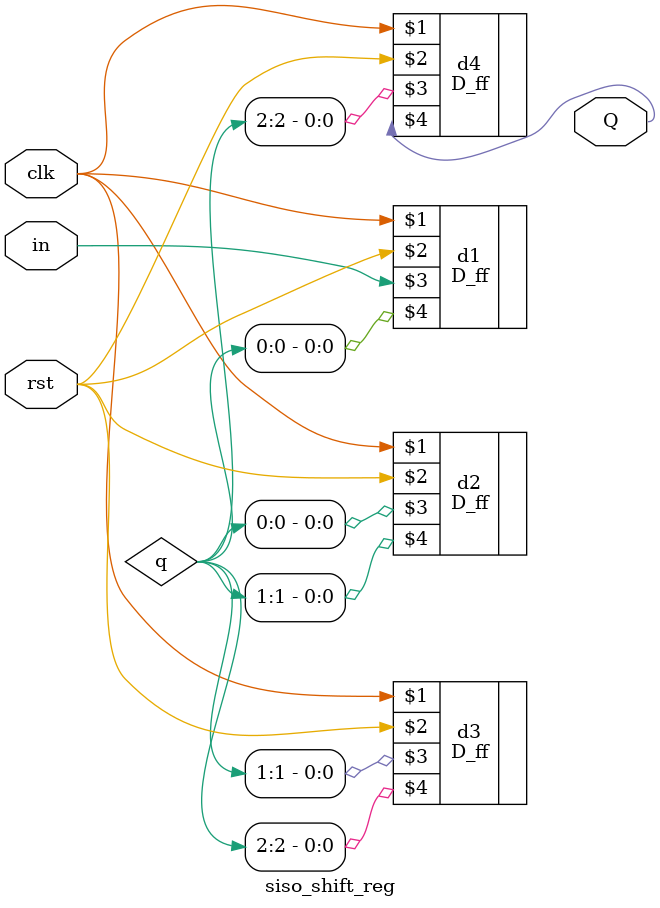
<source format=v>

`timescale 1ns / 1ps


module siso_shift_reg(clk,rst,in,Q);
input clk,rst,in;
output  Q;
wire [2:0] q;

D_ff d1(clk,rst,in,q[0]);
D_ff d2(clk,rst,q[0],q[1]);
D_ff d3(clk,rst,q[1],q[2]);
D_ff d4(clk,rst,q[2],Q);



endmodule

</source>
